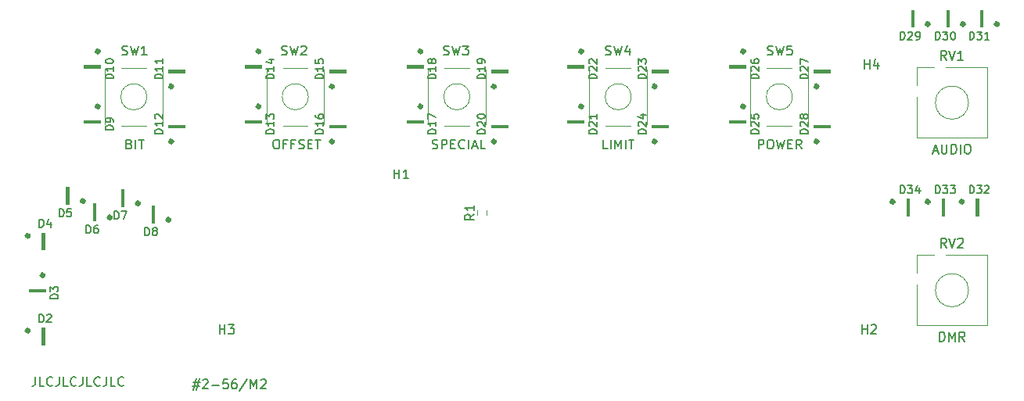
<source format=gbr>
G04 #@! TF.GenerationSoftware,KiCad,Pcbnew,(5.1.12-1-10_14)*
G04 #@! TF.CreationDate,2021-11-28T13:27:24+11:00*
G04 #@! TF.ProjectId,RWR_Control_Panel_V2,5257525f-436f-46e7-9472-6f6c5f50616e,-*
G04 #@! TF.SameCoordinates,Original*
G04 #@! TF.FileFunction,Legend,Top*
G04 #@! TF.FilePolarity,Positive*
%FSLAX46Y46*%
G04 Gerber Fmt 4.6, Leading zero omitted, Abs format (unit mm)*
G04 Created by KiCad (PCBNEW (5.1.12-1-10_14)) date 2021-11-28 13:27:24*
%MOMM*%
%LPD*%
G01*
G04 APERTURE LIST*
%ADD10C,0.150000*%
%ADD11C,0.500000*%
%ADD12C,0.100000*%
%ADD13C,0.120000*%
G04 APERTURE END LIST*
D10*
X145057584Y-122866775D02*
X145771869Y-122866775D01*
X145343298Y-122438203D02*
X145057584Y-123723918D01*
X145676631Y-123295346D02*
X144962346Y-123295346D01*
X145390917Y-123723918D02*
X145676631Y-122438203D01*
X146057584Y-122628680D02*
X146105203Y-122581061D01*
X146200441Y-122533441D01*
X146438536Y-122533441D01*
X146533774Y-122581061D01*
X146581393Y-122628680D01*
X146629012Y-122723918D01*
X146629012Y-122819156D01*
X146581393Y-122962013D01*
X146009965Y-123533441D01*
X146629012Y-123533441D01*
X147057584Y-123152489D02*
X147819488Y-123152489D01*
X148771869Y-122533441D02*
X148295679Y-122533441D01*
X148248060Y-123009632D01*
X148295679Y-122962013D01*
X148390917Y-122914394D01*
X148629012Y-122914394D01*
X148724250Y-122962013D01*
X148771869Y-123009632D01*
X148819488Y-123104870D01*
X148819488Y-123342965D01*
X148771869Y-123438203D01*
X148724250Y-123485822D01*
X148629012Y-123533441D01*
X148390917Y-123533441D01*
X148295679Y-123485822D01*
X148248060Y-123438203D01*
X149676631Y-122533441D02*
X149486155Y-122533441D01*
X149390917Y-122581061D01*
X149343298Y-122628680D01*
X149248060Y-122771537D01*
X149200441Y-122962013D01*
X149200441Y-123342965D01*
X149248060Y-123438203D01*
X149295679Y-123485822D01*
X149390917Y-123533441D01*
X149581393Y-123533441D01*
X149676631Y-123485822D01*
X149724250Y-123438203D01*
X149771869Y-123342965D01*
X149771869Y-123104870D01*
X149724250Y-123009632D01*
X149676631Y-122962013D01*
X149581393Y-122914394D01*
X149390917Y-122914394D01*
X149295679Y-122962013D01*
X149248060Y-123009632D01*
X149200441Y-123104870D01*
X150914727Y-122485822D02*
X150057584Y-123771537D01*
X151248060Y-123533441D02*
X151248060Y-122533441D01*
X151581393Y-123247727D01*
X151914727Y-122533441D01*
X151914727Y-123533441D01*
X152343298Y-122628680D02*
X152390917Y-122581061D01*
X152486155Y-122533441D01*
X152724250Y-122533441D01*
X152819488Y-122581061D01*
X152867108Y-122628680D01*
X152914727Y-122723918D01*
X152914727Y-122819156D01*
X152867108Y-122962013D01*
X152295679Y-123533441D01*
X152914727Y-123533441D01*
X127942232Y-122263115D02*
X127942232Y-122977401D01*
X127894613Y-123120258D01*
X127799375Y-123215496D01*
X127656518Y-123263115D01*
X127561280Y-123263115D01*
X128894613Y-123263115D02*
X128418422Y-123263115D01*
X128418422Y-122263115D01*
X129799375Y-123167877D02*
X129751756Y-123215496D01*
X129608899Y-123263115D01*
X129513660Y-123263115D01*
X129370803Y-123215496D01*
X129275565Y-123120258D01*
X129227946Y-123025020D01*
X129180327Y-122834544D01*
X129180327Y-122691687D01*
X129227946Y-122501211D01*
X129275565Y-122405973D01*
X129370803Y-122310735D01*
X129513660Y-122263115D01*
X129608899Y-122263115D01*
X129751756Y-122310735D01*
X129799375Y-122358354D01*
X130513660Y-122263115D02*
X130513660Y-122977401D01*
X130466041Y-123120258D01*
X130370803Y-123215496D01*
X130227946Y-123263115D01*
X130132708Y-123263115D01*
X131466041Y-123263115D02*
X130989851Y-123263115D01*
X130989851Y-122263115D01*
X132370803Y-123167877D02*
X132323184Y-123215496D01*
X132180327Y-123263115D01*
X132085089Y-123263115D01*
X131942232Y-123215496D01*
X131846994Y-123120258D01*
X131799375Y-123025020D01*
X131751756Y-122834544D01*
X131751756Y-122691687D01*
X131799375Y-122501211D01*
X131846994Y-122405973D01*
X131942232Y-122310735D01*
X132085089Y-122263115D01*
X132180327Y-122263115D01*
X132323184Y-122310735D01*
X132370803Y-122358354D01*
X133085089Y-122263115D02*
X133085089Y-122977401D01*
X133037470Y-123120258D01*
X132942232Y-123215496D01*
X132799375Y-123263115D01*
X132704137Y-123263115D01*
X134037470Y-123263115D02*
X133561280Y-123263115D01*
X133561280Y-122263115D01*
X134942232Y-123167877D02*
X134894613Y-123215496D01*
X134751756Y-123263115D01*
X134656518Y-123263115D01*
X134513660Y-123215496D01*
X134418422Y-123120258D01*
X134370803Y-123025020D01*
X134323184Y-122834544D01*
X134323184Y-122691687D01*
X134370803Y-122501211D01*
X134418422Y-122405973D01*
X134513660Y-122310735D01*
X134656518Y-122263115D01*
X134751756Y-122263115D01*
X134894613Y-122310735D01*
X134942232Y-122358354D01*
X135656518Y-122263115D02*
X135656518Y-122977401D01*
X135608899Y-123120258D01*
X135513660Y-123215496D01*
X135370803Y-123263115D01*
X135275565Y-123263115D01*
X136608899Y-123263115D02*
X136132708Y-123263115D01*
X136132708Y-122263115D01*
X137513660Y-123167877D02*
X137466041Y-123215496D01*
X137323184Y-123263115D01*
X137227946Y-123263115D01*
X137085089Y-123215496D01*
X136989851Y-123120258D01*
X136942232Y-123025020D01*
X136894613Y-122834544D01*
X136894613Y-122691687D01*
X136942232Y-122501211D01*
X136989851Y-122405973D01*
X137085089Y-122310735D01*
X137227946Y-122263115D01*
X137323184Y-122263115D01*
X137466041Y-122310735D01*
X137513660Y-122358354D01*
D11*
X220820608Y-103294084D02*
G75*
G03*
X220820608Y-103294084I-100000J0D01*
G01*
D12*
G36*
X222220608Y-102994084D02*
G01*
X222520608Y-102994084D01*
X222520608Y-104794084D01*
X222220608Y-104794084D01*
X222220608Y-102994084D01*
G37*
X222220608Y-102994084D02*
X222520608Y-102994084D01*
X222520608Y-104794084D01*
X222220608Y-104794084D01*
X222220608Y-102994084D01*
D11*
X224630608Y-103294084D02*
G75*
G03*
X224630608Y-103294084I-100000J0D01*
G01*
D12*
G36*
X226030608Y-102994084D02*
G01*
X226330608Y-102994084D01*
X226330608Y-104794084D01*
X226030608Y-104794084D01*
X226030608Y-102994084D01*
G37*
X226030608Y-102994084D02*
X226330608Y-102994084D01*
X226330608Y-104794084D01*
X226030608Y-104794084D01*
X226030608Y-102994084D01*
D11*
X228303630Y-103294084D02*
G75*
G03*
X228303630Y-103294084I-100000J0D01*
G01*
D12*
G36*
X229703630Y-102994084D02*
G01*
X230003630Y-102994084D01*
X230003630Y-104794084D01*
X229703630Y-104794084D01*
X229703630Y-102994084D01*
G37*
X229703630Y-102994084D02*
X230003630Y-102994084D01*
X230003630Y-104794084D01*
X229703630Y-104794084D01*
X229703630Y-102994084D01*
D11*
X232103630Y-84047084D02*
G75*
G03*
X232103630Y-84047084I-100000J0D01*
G01*
D12*
G36*
X230503630Y-84347084D02*
G01*
X230203630Y-84347084D01*
X230203630Y-82547084D01*
X230503630Y-82547084D01*
X230503630Y-84347084D01*
G37*
X230503630Y-84347084D02*
X230203630Y-84347084D01*
X230203630Y-82547084D01*
X230503630Y-82547084D01*
X230503630Y-84347084D01*
D11*
X228430608Y-84047084D02*
G75*
G03*
X228430608Y-84047084I-100000J0D01*
G01*
D12*
G36*
X226830608Y-84347084D02*
G01*
X226530608Y-84347084D01*
X226530608Y-82547084D01*
X226830608Y-82547084D01*
X226830608Y-84347084D01*
G37*
X226830608Y-84347084D02*
X226530608Y-84347084D01*
X226530608Y-82547084D01*
X226830608Y-82547084D01*
X226830608Y-84347084D01*
D11*
X224620608Y-84047084D02*
G75*
G03*
X224620608Y-84047084I-100000J0D01*
G01*
D12*
G36*
X223020608Y-84347084D02*
G01*
X222720608Y-84347084D01*
X222720608Y-82547084D01*
X223020608Y-82547084D01*
X223020608Y-84347084D01*
G37*
X223020608Y-84347084D02*
X222720608Y-84347084D01*
X222720608Y-82547084D01*
X223020608Y-82547084D01*
X223020608Y-84347084D01*
D11*
X212585630Y-96777084D02*
G75*
G03*
X212585630Y-96777084I-100000J0D01*
G01*
D12*
G36*
X212185630Y-95277084D02*
G01*
X212185630Y-94977084D01*
X213985630Y-94977084D01*
X213985630Y-95277084D01*
X212185630Y-95277084D01*
G37*
X212185630Y-95277084D02*
X212185630Y-94977084D01*
X213985630Y-94977084D01*
X213985630Y-95277084D01*
X212185630Y-95277084D01*
D11*
X212585630Y-90808084D02*
G75*
G03*
X212585630Y-90808084I-100000J0D01*
G01*
D12*
G36*
X212185630Y-89308084D02*
G01*
X212185630Y-89008084D01*
X213985630Y-89008084D01*
X213985630Y-89308084D01*
X212185630Y-89308084D01*
G37*
X212185630Y-89308084D02*
X212185630Y-89008084D01*
X213985630Y-89008084D01*
X213985630Y-89308084D01*
X212185630Y-89308084D01*
D11*
X204641630Y-87008084D02*
G75*
G03*
X204641630Y-87008084I-100000J0D01*
G01*
D12*
G36*
X204841630Y-88508084D02*
G01*
X204841630Y-88808084D01*
X203041630Y-88808084D01*
X203041630Y-88508084D01*
X204841630Y-88508084D01*
G37*
X204841630Y-88508084D02*
X204841630Y-88808084D01*
X203041630Y-88808084D01*
X203041630Y-88508084D01*
X204841630Y-88508084D01*
D11*
X204641630Y-92977084D02*
G75*
G03*
X204641630Y-92977084I-100000J0D01*
G01*
D12*
G36*
X204841630Y-94477084D02*
G01*
X204841630Y-94777084D01*
X203041630Y-94777084D01*
X203041630Y-94477084D01*
X204841630Y-94477084D01*
G37*
X204841630Y-94477084D02*
X204841630Y-94777084D01*
X203041630Y-94777084D01*
X203041630Y-94477084D01*
X204841630Y-94477084D01*
D11*
X195059630Y-96777084D02*
G75*
G03*
X195059630Y-96777084I-100000J0D01*
G01*
D12*
G36*
X194659630Y-95277084D02*
G01*
X194659630Y-94977084D01*
X196459630Y-94977084D01*
X196459630Y-95277084D01*
X194659630Y-95277084D01*
G37*
X194659630Y-95277084D02*
X194659630Y-94977084D01*
X196459630Y-94977084D01*
X196459630Y-95277084D01*
X194659630Y-95277084D01*
D11*
X195059630Y-90808084D02*
G75*
G03*
X195059630Y-90808084I-100000J0D01*
G01*
D12*
G36*
X194659630Y-89308084D02*
G01*
X194659630Y-89008084D01*
X196459630Y-89008084D01*
X196459630Y-89308084D01*
X194659630Y-89308084D01*
G37*
X194659630Y-89308084D02*
X194659630Y-89008084D01*
X196459630Y-89008084D01*
X196459630Y-89308084D01*
X194659630Y-89308084D01*
D11*
X187115630Y-87008084D02*
G75*
G03*
X187115630Y-87008084I-100000J0D01*
G01*
D12*
G36*
X187315630Y-88508084D02*
G01*
X187315630Y-88808084D01*
X185515630Y-88808084D01*
X185515630Y-88508084D01*
X187315630Y-88508084D01*
G37*
X187315630Y-88508084D02*
X187315630Y-88808084D01*
X185515630Y-88808084D01*
X185515630Y-88508084D01*
X187315630Y-88508084D01*
D11*
X187115630Y-92977084D02*
G75*
G03*
X187115630Y-92977084I-100000J0D01*
G01*
D12*
G36*
X187315630Y-94477084D02*
G01*
X187315630Y-94777084D01*
X185515630Y-94777084D01*
X185515630Y-94477084D01*
X187315630Y-94477084D01*
G37*
X187315630Y-94477084D02*
X187315630Y-94777084D01*
X185515630Y-94777084D01*
X185515630Y-94477084D01*
X187315630Y-94477084D01*
D11*
X177660630Y-96777084D02*
G75*
G03*
X177660630Y-96777084I-100000J0D01*
G01*
D12*
G36*
X177260630Y-95277084D02*
G01*
X177260630Y-94977084D01*
X179060630Y-94977084D01*
X179060630Y-95277084D01*
X177260630Y-95277084D01*
G37*
X177260630Y-95277084D02*
X177260630Y-94977084D01*
X179060630Y-94977084D01*
X179060630Y-95277084D01*
X177260630Y-95277084D01*
D11*
X177660630Y-90808084D02*
G75*
G03*
X177660630Y-90808084I-100000J0D01*
G01*
D12*
G36*
X177260630Y-89308084D02*
G01*
X177260630Y-89008084D01*
X179060630Y-89008084D01*
X179060630Y-89308084D01*
X177260630Y-89308084D01*
G37*
X177260630Y-89308084D02*
X177260630Y-89008084D01*
X179060630Y-89008084D01*
X179060630Y-89308084D01*
X177260630Y-89308084D01*
D11*
X169716630Y-87008084D02*
G75*
G03*
X169716630Y-87008084I-100000J0D01*
G01*
D12*
G36*
X169916630Y-88508084D02*
G01*
X169916630Y-88808084D01*
X168116630Y-88808084D01*
X168116630Y-88508084D01*
X169916630Y-88508084D01*
G37*
X169916630Y-88508084D02*
X169916630Y-88808084D01*
X168116630Y-88808084D01*
X168116630Y-88508084D01*
X169916630Y-88508084D01*
D11*
X169716630Y-92977084D02*
G75*
G03*
X169716630Y-92977084I-100000J0D01*
G01*
D12*
G36*
X169916630Y-94477084D02*
G01*
X169916630Y-94777084D01*
X168116630Y-94777084D01*
X168116630Y-94477084D01*
X169916630Y-94477084D01*
G37*
X169916630Y-94477084D02*
X169916630Y-94777084D01*
X168116630Y-94777084D01*
X168116630Y-94477084D01*
X169916630Y-94477084D01*
D11*
X160134630Y-96777084D02*
G75*
G03*
X160134630Y-96777084I-100000J0D01*
G01*
D12*
G36*
X159734630Y-95277084D02*
G01*
X159734630Y-94977084D01*
X161534630Y-94977084D01*
X161534630Y-95277084D01*
X159734630Y-95277084D01*
G37*
X159734630Y-95277084D02*
X159734630Y-94977084D01*
X161534630Y-94977084D01*
X161534630Y-95277084D01*
X159734630Y-95277084D01*
D11*
X160134630Y-90808084D02*
G75*
G03*
X160134630Y-90808084I-100000J0D01*
G01*
D12*
G36*
X159734630Y-89308084D02*
G01*
X159734630Y-89008084D01*
X161534630Y-89008084D01*
X161534630Y-89308084D01*
X159734630Y-89308084D01*
G37*
X159734630Y-89308084D02*
X159734630Y-89008084D01*
X161534630Y-89008084D01*
X161534630Y-89308084D01*
X159734630Y-89308084D01*
D11*
X152190630Y-87008084D02*
G75*
G03*
X152190630Y-87008084I-100000J0D01*
G01*
D12*
G36*
X152390630Y-88508084D02*
G01*
X152390630Y-88808084D01*
X150590630Y-88808084D01*
X150590630Y-88508084D01*
X152390630Y-88508084D01*
G37*
X152390630Y-88508084D02*
X152390630Y-88808084D01*
X150590630Y-88808084D01*
X150590630Y-88508084D01*
X152390630Y-88508084D01*
D11*
X152190630Y-92977084D02*
G75*
G03*
X152190630Y-92977084I-100000J0D01*
G01*
D12*
G36*
X152390630Y-94477084D02*
G01*
X152390630Y-94777084D01*
X150590630Y-94777084D01*
X150590630Y-94477084D01*
X152390630Y-94477084D01*
G37*
X152390630Y-94477084D02*
X152390630Y-94777084D01*
X150590630Y-94777084D01*
X150590630Y-94477084D01*
X152390630Y-94477084D01*
D11*
X142735630Y-96777084D02*
G75*
G03*
X142735630Y-96777084I-100000J0D01*
G01*
D12*
G36*
X142335630Y-95277084D02*
G01*
X142335630Y-94977084D01*
X144135630Y-94977084D01*
X144135630Y-95277084D01*
X142335630Y-95277084D01*
G37*
X142335630Y-95277084D02*
X142335630Y-94977084D01*
X144135630Y-94977084D01*
X144135630Y-95277084D01*
X142335630Y-95277084D01*
D11*
X142735630Y-90808084D02*
G75*
G03*
X142735630Y-90808084I-100000J0D01*
G01*
D12*
G36*
X142335630Y-89308084D02*
G01*
X142335630Y-89008084D01*
X144135630Y-89008084D01*
X144135630Y-89308084D01*
X142335630Y-89308084D01*
G37*
X142335630Y-89308084D02*
X142335630Y-89008084D01*
X144135630Y-89008084D01*
X144135630Y-89308084D01*
X142335630Y-89308084D01*
D11*
X134791630Y-87008084D02*
G75*
G03*
X134791630Y-87008084I-100000J0D01*
G01*
D12*
G36*
X134991630Y-88508084D02*
G01*
X134991630Y-88808084D01*
X133191630Y-88808084D01*
X133191630Y-88508084D01*
X134991630Y-88508084D01*
G37*
X134991630Y-88508084D02*
X134991630Y-88808084D01*
X133191630Y-88808084D01*
X133191630Y-88508084D01*
X134991630Y-88508084D01*
D11*
X134791630Y-92977084D02*
G75*
G03*
X134791630Y-92977084I-100000J0D01*
G01*
D12*
G36*
X134991630Y-94477084D02*
G01*
X134991630Y-94777084D01*
X133191630Y-94777084D01*
X133191630Y-94477084D01*
X134991630Y-94477084D01*
G37*
X134991630Y-94477084D02*
X134991630Y-94777084D01*
X133191630Y-94777084D01*
X133191630Y-94477084D01*
X134991630Y-94477084D01*
D11*
X142441630Y-105256084D02*
G75*
G03*
X142441630Y-105256084I-100000J0D01*
G01*
D12*
G36*
X140841630Y-105556084D02*
G01*
X140541630Y-105556084D01*
X140541630Y-103756084D01*
X140841630Y-103756084D01*
X140841630Y-105556084D01*
G37*
X140841630Y-105556084D02*
X140541630Y-105556084D01*
X140541630Y-103756084D01*
X140841630Y-103756084D01*
X140841630Y-105556084D01*
D11*
X139139630Y-103478084D02*
G75*
G03*
X139139630Y-103478084I-100000J0D01*
G01*
D12*
G36*
X137539630Y-103778084D02*
G01*
X137239630Y-103778084D01*
X137239630Y-101978084D01*
X137539630Y-101978084D01*
X137539630Y-103778084D01*
G37*
X137539630Y-103778084D02*
X137239630Y-103778084D01*
X137239630Y-101978084D01*
X137539630Y-101978084D01*
X137539630Y-103778084D01*
D11*
X136091630Y-105002084D02*
G75*
G03*
X136091630Y-105002084I-100000J0D01*
G01*
D12*
G36*
X134491630Y-105302084D02*
G01*
X134191630Y-105302084D01*
X134191630Y-103502084D01*
X134491630Y-103502084D01*
X134491630Y-105302084D01*
G37*
X134491630Y-105302084D02*
X134191630Y-105302084D01*
X134191630Y-103502084D01*
X134491630Y-103502084D01*
X134491630Y-105302084D01*
D11*
X133170630Y-103224084D02*
G75*
G03*
X133170630Y-103224084I-100000J0D01*
G01*
D12*
G36*
X131570630Y-103524084D02*
G01*
X131270630Y-103524084D01*
X131270630Y-101724084D01*
X131570630Y-101724084D01*
X131570630Y-103524084D01*
G37*
X131570630Y-103524084D02*
X131270630Y-103524084D01*
X131270630Y-101724084D01*
X131570630Y-101724084D01*
X131570630Y-103524084D01*
D11*
X127211630Y-106977084D02*
G75*
G03*
X127211630Y-106977084I-100000J0D01*
G01*
D12*
G36*
X128611630Y-106677084D02*
G01*
X128911630Y-106677084D01*
X128911630Y-108477084D01*
X128611630Y-108477084D01*
X128611630Y-106677084D01*
G37*
X128611630Y-106677084D02*
X128911630Y-106677084D01*
X128911630Y-108477084D01*
X128611630Y-108477084D01*
X128611630Y-106677084D01*
D11*
X128822630Y-111265084D02*
G75*
G03*
X128822630Y-111265084I-100000J0D01*
G01*
D12*
G36*
X129022630Y-112765084D02*
G01*
X129022630Y-113065084D01*
X127222630Y-113065084D01*
X127222630Y-112765084D01*
X129022630Y-112765084D01*
G37*
X129022630Y-112765084D02*
X129022630Y-113065084D01*
X127222630Y-113065084D01*
X127222630Y-112765084D01*
X129022630Y-112765084D01*
D11*
X127211630Y-117264084D02*
G75*
G03*
X127211630Y-117264084I-100000J0D01*
G01*
D12*
G36*
X128611630Y-116964084D02*
G01*
X128911630Y-116964084D01*
X128911630Y-118764084D01*
X128611630Y-118764084D01*
X128611630Y-116964084D01*
G37*
X128611630Y-116964084D02*
X128911630Y-116964084D01*
X128911630Y-118764084D01*
X128611630Y-118764084D01*
X128611630Y-116964084D01*
D13*
X209885494Y-91925535D02*
G75*
G03*
X209885494Y-91925535I-1414214J0D01*
G01*
X211591280Y-94895535D02*
X211591280Y-88955535D01*
X205351280Y-94895535D02*
X205351280Y-88955535D01*
X209811280Y-95045535D02*
X207131280Y-95045535D01*
X207131280Y-88805535D02*
X209811280Y-88805535D01*
X192448395Y-91925535D02*
G75*
G03*
X192448395Y-91925535I-1414214J0D01*
G01*
X194154181Y-94895535D02*
X194154181Y-88955535D01*
X187914181Y-94895535D02*
X187914181Y-88955535D01*
X192374181Y-95045535D02*
X189694181Y-95045535D01*
X189694181Y-88805535D02*
X192374181Y-88805535D01*
X174981696Y-91923135D02*
G75*
G03*
X174981696Y-91923135I-1414214J0D01*
G01*
X170447482Y-88953135D02*
X170447482Y-94893135D01*
X176687482Y-88953135D02*
X176687482Y-94893135D01*
X172227482Y-88803135D02*
X174907482Y-88803135D01*
X174907482Y-95043135D02*
X172227482Y-95043135D01*
X157493795Y-91923135D02*
G75*
G03*
X157493795Y-91923135I-1414214J0D01*
G01*
X152959581Y-88953135D02*
X152959581Y-94893135D01*
X159199581Y-88953135D02*
X159199581Y-94893135D01*
X154739581Y-88803135D02*
X157419581Y-88803135D01*
X157419581Y-95043135D02*
X154739581Y-95043135D01*
X140018595Y-91935835D02*
G75*
G03*
X140018595Y-91935835I-1414214J0D01*
G01*
X135484381Y-88965835D02*
X135484381Y-94905835D01*
X141724381Y-88965835D02*
X141724381Y-94905835D01*
X137264381Y-88815835D02*
X139944381Y-88815835D01*
X139944381Y-95055835D02*
X137264381Y-95055835D01*
X230960881Y-109069335D02*
X230960881Y-116689335D01*
X230960881Y-116689335D02*
X223340881Y-116689335D01*
X228946932Y-112879335D02*
G75*
G03*
X228946932Y-112879335I-1796051J0D01*
G01*
X223340881Y-109069335D02*
X225245881Y-109069335D01*
X225245881Y-109069335D02*
X223340881Y-109069335D01*
X223340881Y-109069335D02*
X223340881Y-110974335D01*
X223340881Y-112244335D02*
X223340881Y-116689335D01*
X226515881Y-109069335D02*
X230960881Y-109069335D01*
X230960881Y-88749335D02*
X230960881Y-96369335D01*
X230960881Y-96369335D02*
X223340881Y-96369335D01*
X228946932Y-92559335D02*
G75*
G03*
X228946932Y-92559335I-1796051J0D01*
G01*
X223340881Y-88749335D02*
X225245881Y-88749335D01*
X225245881Y-88749335D02*
X223340881Y-88749335D01*
X223340881Y-88749335D02*
X223340881Y-90654335D01*
X223340881Y-91924335D02*
X223340881Y-96369335D01*
X226515881Y-88749335D02*
X230960881Y-88749335D01*
X176788108Y-104238303D02*
X176788108Y-104712819D01*
X175743108Y-104238303D02*
X175743108Y-104712819D01*
D10*
X221588465Y-102373607D02*
X221588465Y-101523607D01*
X221790846Y-101523607D01*
X221912274Y-101564084D01*
X221993227Y-101645036D01*
X222033703Y-101725988D01*
X222074179Y-101887893D01*
X222074179Y-102009322D01*
X222033703Y-102171226D01*
X221993227Y-102252179D01*
X221912274Y-102333131D01*
X221790846Y-102373607D01*
X221588465Y-102373607D01*
X222357512Y-101523607D02*
X222883703Y-101523607D01*
X222600369Y-101847417D01*
X222721798Y-101847417D01*
X222802750Y-101887893D01*
X222843227Y-101928369D01*
X222883703Y-102009322D01*
X222883703Y-102211703D01*
X222843227Y-102292655D01*
X222802750Y-102333131D01*
X222721798Y-102373607D01*
X222478941Y-102373607D01*
X222397988Y-102333131D01*
X222357512Y-102292655D01*
X223612274Y-101806941D02*
X223612274Y-102373607D01*
X223409893Y-101483131D02*
X223207512Y-102090274D01*
X223733703Y-102090274D01*
X225398465Y-102373607D02*
X225398465Y-101523607D01*
X225600846Y-101523607D01*
X225722274Y-101564084D01*
X225803227Y-101645036D01*
X225843703Y-101725988D01*
X225884179Y-101887893D01*
X225884179Y-102009322D01*
X225843703Y-102171226D01*
X225803227Y-102252179D01*
X225722274Y-102333131D01*
X225600846Y-102373607D01*
X225398465Y-102373607D01*
X226167512Y-101523607D02*
X226693703Y-101523607D01*
X226410369Y-101847417D01*
X226531798Y-101847417D01*
X226612750Y-101887893D01*
X226653227Y-101928369D01*
X226693703Y-102009322D01*
X226693703Y-102211703D01*
X226653227Y-102292655D01*
X226612750Y-102333131D01*
X226531798Y-102373607D01*
X226288941Y-102373607D01*
X226207988Y-102333131D01*
X226167512Y-102292655D01*
X226977036Y-101523607D02*
X227503227Y-101523607D01*
X227219893Y-101847417D01*
X227341322Y-101847417D01*
X227422274Y-101887893D01*
X227462750Y-101928369D01*
X227503227Y-102009322D01*
X227503227Y-102211703D01*
X227462750Y-102292655D01*
X227422274Y-102333131D01*
X227341322Y-102373607D01*
X227098465Y-102373607D01*
X227017512Y-102333131D01*
X226977036Y-102292655D01*
X229071487Y-102373607D02*
X229071487Y-101523607D01*
X229273868Y-101523607D01*
X229395296Y-101564084D01*
X229476249Y-101645036D01*
X229516725Y-101725988D01*
X229557201Y-101887893D01*
X229557201Y-102009322D01*
X229516725Y-102171226D01*
X229476249Y-102252179D01*
X229395296Y-102333131D01*
X229273868Y-102373607D01*
X229071487Y-102373607D01*
X229840534Y-101523607D02*
X230366725Y-101523607D01*
X230083391Y-101847417D01*
X230204820Y-101847417D01*
X230285772Y-101887893D01*
X230326249Y-101928369D01*
X230366725Y-102009322D01*
X230366725Y-102211703D01*
X230326249Y-102292655D01*
X230285772Y-102333131D01*
X230204820Y-102373607D01*
X229961963Y-102373607D01*
X229881010Y-102333131D01*
X229840534Y-102292655D01*
X230690534Y-101604560D02*
X230731010Y-101564084D01*
X230811963Y-101523607D01*
X231014344Y-101523607D01*
X231095296Y-101564084D01*
X231135772Y-101604560D01*
X231176249Y-101685512D01*
X231176249Y-101766464D01*
X231135772Y-101887893D01*
X230650058Y-102373607D01*
X231176249Y-102373607D01*
X229071487Y-85736607D02*
X229071487Y-84886607D01*
X229273868Y-84886607D01*
X229395296Y-84927084D01*
X229476249Y-85008036D01*
X229516725Y-85088988D01*
X229557201Y-85250893D01*
X229557201Y-85372322D01*
X229516725Y-85534226D01*
X229476249Y-85615179D01*
X229395296Y-85696131D01*
X229273868Y-85736607D01*
X229071487Y-85736607D01*
X229840534Y-84886607D02*
X230366725Y-84886607D01*
X230083391Y-85210417D01*
X230204820Y-85210417D01*
X230285772Y-85250893D01*
X230326249Y-85291369D01*
X230366725Y-85372322D01*
X230366725Y-85574703D01*
X230326249Y-85655655D01*
X230285772Y-85696131D01*
X230204820Y-85736607D01*
X229961963Y-85736607D01*
X229881010Y-85696131D01*
X229840534Y-85655655D01*
X231176249Y-85736607D02*
X230690534Y-85736607D01*
X230933391Y-85736607D02*
X230933391Y-84886607D01*
X230852439Y-85008036D01*
X230771487Y-85088988D01*
X230690534Y-85129464D01*
X225398465Y-85736607D02*
X225398465Y-84886607D01*
X225600846Y-84886607D01*
X225722274Y-84927084D01*
X225803227Y-85008036D01*
X225843703Y-85088988D01*
X225884179Y-85250893D01*
X225884179Y-85372322D01*
X225843703Y-85534226D01*
X225803227Y-85615179D01*
X225722274Y-85696131D01*
X225600846Y-85736607D01*
X225398465Y-85736607D01*
X226167512Y-84886607D02*
X226693703Y-84886607D01*
X226410369Y-85210417D01*
X226531798Y-85210417D01*
X226612750Y-85250893D01*
X226653227Y-85291369D01*
X226693703Y-85372322D01*
X226693703Y-85574703D01*
X226653227Y-85655655D01*
X226612750Y-85696131D01*
X226531798Y-85736607D01*
X226288941Y-85736607D01*
X226207988Y-85696131D01*
X226167512Y-85655655D01*
X227219893Y-84886607D02*
X227300846Y-84886607D01*
X227381798Y-84927084D01*
X227422274Y-84967560D01*
X227462750Y-85048512D01*
X227503227Y-85210417D01*
X227503227Y-85412798D01*
X227462750Y-85574703D01*
X227422274Y-85655655D01*
X227381798Y-85696131D01*
X227300846Y-85736607D01*
X227219893Y-85736607D01*
X227138941Y-85696131D01*
X227098465Y-85655655D01*
X227057988Y-85574703D01*
X227017512Y-85412798D01*
X227017512Y-85210417D01*
X227057988Y-85048512D01*
X227098465Y-84967560D01*
X227138941Y-84927084D01*
X227219893Y-84886607D01*
X221588465Y-85736607D02*
X221588465Y-84886607D01*
X221790846Y-84886607D01*
X221912274Y-84927084D01*
X221993227Y-85008036D01*
X222033703Y-85088988D01*
X222074179Y-85250893D01*
X222074179Y-85372322D01*
X222033703Y-85534226D01*
X221993227Y-85615179D01*
X221912274Y-85696131D01*
X221790846Y-85736607D01*
X221588465Y-85736607D01*
X222397988Y-84967560D02*
X222438465Y-84927084D01*
X222519417Y-84886607D01*
X222721798Y-84886607D01*
X222802750Y-84927084D01*
X222843227Y-84967560D01*
X222883703Y-85048512D01*
X222883703Y-85129464D01*
X222843227Y-85250893D01*
X222357512Y-85736607D01*
X222883703Y-85736607D01*
X223288465Y-85736607D02*
X223450369Y-85736607D01*
X223531322Y-85696131D01*
X223571798Y-85655655D01*
X223652750Y-85534226D01*
X223693227Y-85372322D01*
X223693227Y-85048512D01*
X223652750Y-84967560D01*
X223612274Y-84927084D01*
X223531322Y-84886607D01*
X223369417Y-84886607D01*
X223288465Y-84927084D01*
X223247988Y-84967560D01*
X223207512Y-85048512D01*
X223207512Y-85250893D01*
X223247988Y-85331845D01*
X223288465Y-85372322D01*
X223369417Y-85412798D01*
X223531322Y-85412798D01*
X223612274Y-85372322D01*
X223652750Y-85331845D01*
X223693227Y-85250893D01*
X211565153Y-95909226D02*
X210715153Y-95909226D01*
X210715153Y-95706845D01*
X210755630Y-95585417D01*
X210836582Y-95504464D01*
X210917534Y-95463988D01*
X211079439Y-95423512D01*
X211200868Y-95423512D01*
X211362772Y-95463988D01*
X211443725Y-95504464D01*
X211524677Y-95585417D01*
X211565153Y-95706845D01*
X211565153Y-95909226D01*
X210796106Y-95099703D02*
X210755630Y-95059226D01*
X210715153Y-94978274D01*
X210715153Y-94775893D01*
X210755630Y-94694941D01*
X210796106Y-94654464D01*
X210877058Y-94613988D01*
X210958010Y-94613988D01*
X211079439Y-94654464D01*
X211565153Y-95140179D01*
X211565153Y-94613988D01*
X211079439Y-94128274D02*
X211038963Y-94209226D01*
X210998487Y-94249703D01*
X210917534Y-94290179D01*
X210877058Y-94290179D01*
X210796106Y-94249703D01*
X210755630Y-94209226D01*
X210715153Y-94128274D01*
X210715153Y-93966369D01*
X210755630Y-93885417D01*
X210796106Y-93844941D01*
X210877058Y-93804464D01*
X210917534Y-93804464D01*
X210998487Y-93844941D01*
X211038963Y-93885417D01*
X211079439Y-93966369D01*
X211079439Y-94128274D01*
X211119915Y-94209226D01*
X211160391Y-94249703D01*
X211241344Y-94290179D01*
X211403249Y-94290179D01*
X211484201Y-94249703D01*
X211524677Y-94209226D01*
X211565153Y-94128274D01*
X211565153Y-93966369D01*
X211524677Y-93885417D01*
X211484201Y-93844941D01*
X211403249Y-93804464D01*
X211241344Y-93804464D01*
X211160391Y-93844941D01*
X211119915Y-93885417D01*
X211079439Y-93966369D01*
X211565153Y-89940226D02*
X210715153Y-89940226D01*
X210715153Y-89737845D01*
X210755630Y-89616417D01*
X210836582Y-89535464D01*
X210917534Y-89494988D01*
X211079439Y-89454512D01*
X211200868Y-89454512D01*
X211362772Y-89494988D01*
X211443725Y-89535464D01*
X211524677Y-89616417D01*
X211565153Y-89737845D01*
X211565153Y-89940226D01*
X210796106Y-89130703D02*
X210755630Y-89090226D01*
X210715153Y-89009274D01*
X210715153Y-88806893D01*
X210755630Y-88725941D01*
X210796106Y-88685464D01*
X210877058Y-88644988D01*
X210958010Y-88644988D01*
X211079439Y-88685464D01*
X211565153Y-89171179D01*
X211565153Y-88644988D01*
X210715153Y-88361655D02*
X210715153Y-87794988D01*
X211565153Y-88159274D01*
X206231153Y-89940226D02*
X205381153Y-89940226D01*
X205381153Y-89737845D01*
X205421630Y-89616417D01*
X205502582Y-89535464D01*
X205583534Y-89494988D01*
X205745439Y-89454512D01*
X205866868Y-89454512D01*
X206028772Y-89494988D01*
X206109725Y-89535464D01*
X206190677Y-89616417D01*
X206231153Y-89737845D01*
X206231153Y-89940226D01*
X205462106Y-89130703D02*
X205421630Y-89090226D01*
X205381153Y-89009274D01*
X205381153Y-88806893D01*
X205421630Y-88725941D01*
X205462106Y-88685464D01*
X205543058Y-88644988D01*
X205624010Y-88644988D01*
X205745439Y-88685464D01*
X206231153Y-89171179D01*
X206231153Y-88644988D01*
X205381153Y-87916417D02*
X205381153Y-88078322D01*
X205421630Y-88159274D01*
X205462106Y-88199750D01*
X205583534Y-88280703D01*
X205745439Y-88321179D01*
X206069249Y-88321179D01*
X206150201Y-88280703D01*
X206190677Y-88240226D01*
X206231153Y-88159274D01*
X206231153Y-87997369D01*
X206190677Y-87916417D01*
X206150201Y-87875941D01*
X206069249Y-87835464D01*
X205866868Y-87835464D01*
X205785915Y-87875941D01*
X205745439Y-87916417D01*
X205704963Y-87997369D01*
X205704963Y-88159274D01*
X205745439Y-88240226D01*
X205785915Y-88280703D01*
X205866868Y-88321179D01*
X206231153Y-95909226D02*
X205381153Y-95909226D01*
X205381153Y-95706845D01*
X205421630Y-95585417D01*
X205502582Y-95504464D01*
X205583534Y-95463988D01*
X205745439Y-95423512D01*
X205866868Y-95423512D01*
X206028772Y-95463988D01*
X206109725Y-95504464D01*
X206190677Y-95585417D01*
X206231153Y-95706845D01*
X206231153Y-95909226D01*
X205462106Y-95099703D02*
X205421630Y-95059226D01*
X205381153Y-94978274D01*
X205381153Y-94775893D01*
X205421630Y-94694941D01*
X205462106Y-94654464D01*
X205543058Y-94613988D01*
X205624010Y-94613988D01*
X205745439Y-94654464D01*
X206231153Y-95140179D01*
X206231153Y-94613988D01*
X205381153Y-93844941D02*
X205381153Y-94249703D01*
X205785915Y-94290179D01*
X205745439Y-94249703D01*
X205704963Y-94168750D01*
X205704963Y-93966369D01*
X205745439Y-93885417D01*
X205785915Y-93844941D01*
X205866868Y-93804464D01*
X206069249Y-93804464D01*
X206150201Y-93844941D01*
X206190677Y-93885417D01*
X206231153Y-93966369D01*
X206231153Y-94168750D01*
X206190677Y-94249703D01*
X206150201Y-94290179D01*
X194039153Y-95909226D02*
X193189153Y-95909226D01*
X193189153Y-95706845D01*
X193229630Y-95585417D01*
X193310582Y-95504464D01*
X193391534Y-95463988D01*
X193553439Y-95423512D01*
X193674868Y-95423512D01*
X193836772Y-95463988D01*
X193917725Y-95504464D01*
X193998677Y-95585417D01*
X194039153Y-95706845D01*
X194039153Y-95909226D01*
X193270106Y-95099703D02*
X193229630Y-95059226D01*
X193189153Y-94978274D01*
X193189153Y-94775893D01*
X193229630Y-94694941D01*
X193270106Y-94654464D01*
X193351058Y-94613988D01*
X193432010Y-94613988D01*
X193553439Y-94654464D01*
X194039153Y-95140179D01*
X194039153Y-94613988D01*
X193472487Y-93885417D02*
X194039153Y-93885417D01*
X193148677Y-94087798D02*
X193755820Y-94290179D01*
X193755820Y-93763988D01*
X194039153Y-89940226D02*
X193189153Y-89940226D01*
X193189153Y-89737845D01*
X193229630Y-89616417D01*
X193310582Y-89535464D01*
X193391534Y-89494988D01*
X193553439Y-89454512D01*
X193674868Y-89454512D01*
X193836772Y-89494988D01*
X193917725Y-89535464D01*
X193998677Y-89616417D01*
X194039153Y-89737845D01*
X194039153Y-89940226D01*
X193270106Y-89130703D02*
X193229630Y-89090226D01*
X193189153Y-89009274D01*
X193189153Y-88806893D01*
X193229630Y-88725941D01*
X193270106Y-88685464D01*
X193351058Y-88644988D01*
X193432010Y-88644988D01*
X193553439Y-88685464D01*
X194039153Y-89171179D01*
X194039153Y-88644988D01*
X193189153Y-88361655D02*
X193189153Y-87835464D01*
X193512963Y-88118798D01*
X193512963Y-87997369D01*
X193553439Y-87916417D01*
X193593915Y-87875941D01*
X193674868Y-87835464D01*
X193877249Y-87835464D01*
X193958201Y-87875941D01*
X193998677Y-87916417D01*
X194039153Y-87997369D01*
X194039153Y-88240226D01*
X193998677Y-88321179D01*
X193958201Y-88361655D01*
X188705153Y-89940226D02*
X187855153Y-89940226D01*
X187855153Y-89737845D01*
X187895630Y-89616417D01*
X187976582Y-89535464D01*
X188057534Y-89494988D01*
X188219439Y-89454512D01*
X188340868Y-89454512D01*
X188502772Y-89494988D01*
X188583725Y-89535464D01*
X188664677Y-89616417D01*
X188705153Y-89737845D01*
X188705153Y-89940226D01*
X187936106Y-89130703D02*
X187895630Y-89090226D01*
X187855153Y-89009274D01*
X187855153Y-88806893D01*
X187895630Y-88725941D01*
X187936106Y-88685464D01*
X188017058Y-88644988D01*
X188098010Y-88644988D01*
X188219439Y-88685464D01*
X188705153Y-89171179D01*
X188705153Y-88644988D01*
X187936106Y-88321179D02*
X187895630Y-88280703D01*
X187855153Y-88199750D01*
X187855153Y-87997369D01*
X187895630Y-87916417D01*
X187936106Y-87875941D01*
X188017058Y-87835464D01*
X188098010Y-87835464D01*
X188219439Y-87875941D01*
X188705153Y-88361655D01*
X188705153Y-87835464D01*
X188705153Y-95909226D02*
X187855153Y-95909226D01*
X187855153Y-95706845D01*
X187895630Y-95585417D01*
X187976582Y-95504464D01*
X188057534Y-95463988D01*
X188219439Y-95423512D01*
X188340868Y-95423512D01*
X188502772Y-95463988D01*
X188583725Y-95504464D01*
X188664677Y-95585417D01*
X188705153Y-95706845D01*
X188705153Y-95909226D01*
X187936106Y-95099703D02*
X187895630Y-95059226D01*
X187855153Y-94978274D01*
X187855153Y-94775893D01*
X187895630Y-94694941D01*
X187936106Y-94654464D01*
X188017058Y-94613988D01*
X188098010Y-94613988D01*
X188219439Y-94654464D01*
X188705153Y-95140179D01*
X188705153Y-94613988D01*
X188705153Y-93804464D02*
X188705153Y-94290179D01*
X188705153Y-94047322D02*
X187855153Y-94047322D01*
X187976582Y-94128274D01*
X188057534Y-94209226D01*
X188098010Y-94290179D01*
X176640153Y-95909226D02*
X175790153Y-95909226D01*
X175790153Y-95706845D01*
X175830630Y-95585417D01*
X175911582Y-95504464D01*
X175992534Y-95463988D01*
X176154439Y-95423512D01*
X176275868Y-95423512D01*
X176437772Y-95463988D01*
X176518725Y-95504464D01*
X176599677Y-95585417D01*
X176640153Y-95706845D01*
X176640153Y-95909226D01*
X175871106Y-95099703D02*
X175830630Y-95059226D01*
X175790153Y-94978274D01*
X175790153Y-94775893D01*
X175830630Y-94694941D01*
X175871106Y-94654464D01*
X175952058Y-94613988D01*
X176033010Y-94613988D01*
X176154439Y-94654464D01*
X176640153Y-95140179D01*
X176640153Y-94613988D01*
X175790153Y-94087798D02*
X175790153Y-94006845D01*
X175830630Y-93925893D01*
X175871106Y-93885417D01*
X175952058Y-93844941D01*
X176113963Y-93804464D01*
X176316344Y-93804464D01*
X176478249Y-93844941D01*
X176559201Y-93885417D01*
X176599677Y-93925893D01*
X176640153Y-94006845D01*
X176640153Y-94087798D01*
X176599677Y-94168750D01*
X176559201Y-94209226D01*
X176478249Y-94249703D01*
X176316344Y-94290179D01*
X176113963Y-94290179D01*
X175952058Y-94249703D01*
X175871106Y-94209226D01*
X175830630Y-94168750D01*
X175790153Y-94087798D01*
X176640153Y-89940226D02*
X175790153Y-89940226D01*
X175790153Y-89737845D01*
X175830630Y-89616417D01*
X175911582Y-89535464D01*
X175992534Y-89494988D01*
X176154439Y-89454512D01*
X176275868Y-89454512D01*
X176437772Y-89494988D01*
X176518725Y-89535464D01*
X176599677Y-89616417D01*
X176640153Y-89737845D01*
X176640153Y-89940226D01*
X176640153Y-88644988D02*
X176640153Y-89130703D01*
X176640153Y-88887845D02*
X175790153Y-88887845D01*
X175911582Y-88968798D01*
X175992534Y-89049750D01*
X176033010Y-89130703D01*
X176640153Y-88240226D02*
X176640153Y-88078322D01*
X176599677Y-87997369D01*
X176559201Y-87956893D01*
X176437772Y-87875941D01*
X176275868Y-87835464D01*
X175952058Y-87835464D01*
X175871106Y-87875941D01*
X175830630Y-87916417D01*
X175790153Y-87997369D01*
X175790153Y-88159274D01*
X175830630Y-88240226D01*
X175871106Y-88280703D01*
X175952058Y-88321179D01*
X176154439Y-88321179D01*
X176235391Y-88280703D01*
X176275868Y-88240226D01*
X176316344Y-88159274D01*
X176316344Y-87997369D01*
X176275868Y-87916417D01*
X176235391Y-87875941D01*
X176154439Y-87835464D01*
X171306153Y-89940226D02*
X170456153Y-89940226D01*
X170456153Y-89737845D01*
X170496630Y-89616417D01*
X170577582Y-89535464D01*
X170658534Y-89494988D01*
X170820439Y-89454512D01*
X170941868Y-89454512D01*
X171103772Y-89494988D01*
X171184725Y-89535464D01*
X171265677Y-89616417D01*
X171306153Y-89737845D01*
X171306153Y-89940226D01*
X171306153Y-88644988D02*
X171306153Y-89130703D01*
X171306153Y-88887845D02*
X170456153Y-88887845D01*
X170577582Y-88968798D01*
X170658534Y-89049750D01*
X170699010Y-89130703D01*
X170820439Y-88159274D02*
X170779963Y-88240226D01*
X170739487Y-88280703D01*
X170658534Y-88321179D01*
X170618058Y-88321179D01*
X170537106Y-88280703D01*
X170496630Y-88240226D01*
X170456153Y-88159274D01*
X170456153Y-87997369D01*
X170496630Y-87916417D01*
X170537106Y-87875941D01*
X170618058Y-87835464D01*
X170658534Y-87835464D01*
X170739487Y-87875941D01*
X170779963Y-87916417D01*
X170820439Y-87997369D01*
X170820439Y-88159274D01*
X170860915Y-88240226D01*
X170901391Y-88280703D01*
X170982344Y-88321179D01*
X171144249Y-88321179D01*
X171225201Y-88280703D01*
X171265677Y-88240226D01*
X171306153Y-88159274D01*
X171306153Y-87997369D01*
X171265677Y-87916417D01*
X171225201Y-87875941D01*
X171144249Y-87835464D01*
X170982344Y-87835464D01*
X170901391Y-87875941D01*
X170860915Y-87916417D01*
X170820439Y-87997369D01*
X171306153Y-95909226D02*
X170456153Y-95909226D01*
X170456153Y-95706845D01*
X170496630Y-95585417D01*
X170577582Y-95504464D01*
X170658534Y-95463988D01*
X170820439Y-95423512D01*
X170941868Y-95423512D01*
X171103772Y-95463988D01*
X171184725Y-95504464D01*
X171265677Y-95585417D01*
X171306153Y-95706845D01*
X171306153Y-95909226D01*
X171306153Y-94613988D02*
X171306153Y-95099703D01*
X171306153Y-94856845D02*
X170456153Y-94856845D01*
X170577582Y-94937798D01*
X170658534Y-95018750D01*
X170699010Y-95099703D01*
X170456153Y-94330655D02*
X170456153Y-93763988D01*
X171306153Y-94128274D01*
X159114153Y-95909226D02*
X158264153Y-95909226D01*
X158264153Y-95706845D01*
X158304630Y-95585417D01*
X158385582Y-95504464D01*
X158466534Y-95463988D01*
X158628439Y-95423512D01*
X158749868Y-95423512D01*
X158911772Y-95463988D01*
X158992725Y-95504464D01*
X159073677Y-95585417D01*
X159114153Y-95706845D01*
X159114153Y-95909226D01*
X159114153Y-94613988D02*
X159114153Y-95099703D01*
X159114153Y-94856845D02*
X158264153Y-94856845D01*
X158385582Y-94937798D01*
X158466534Y-95018750D01*
X158507010Y-95099703D01*
X158264153Y-93885417D02*
X158264153Y-94047322D01*
X158304630Y-94128274D01*
X158345106Y-94168750D01*
X158466534Y-94249703D01*
X158628439Y-94290179D01*
X158952249Y-94290179D01*
X159033201Y-94249703D01*
X159073677Y-94209226D01*
X159114153Y-94128274D01*
X159114153Y-93966369D01*
X159073677Y-93885417D01*
X159033201Y-93844941D01*
X158952249Y-93804464D01*
X158749868Y-93804464D01*
X158668915Y-93844941D01*
X158628439Y-93885417D01*
X158587963Y-93966369D01*
X158587963Y-94128274D01*
X158628439Y-94209226D01*
X158668915Y-94249703D01*
X158749868Y-94290179D01*
X159114153Y-89940226D02*
X158264153Y-89940226D01*
X158264153Y-89737845D01*
X158304630Y-89616417D01*
X158385582Y-89535464D01*
X158466534Y-89494988D01*
X158628439Y-89454512D01*
X158749868Y-89454512D01*
X158911772Y-89494988D01*
X158992725Y-89535464D01*
X159073677Y-89616417D01*
X159114153Y-89737845D01*
X159114153Y-89940226D01*
X159114153Y-88644988D02*
X159114153Y-89130703D01*
X159114153Y-88887845D02*
X158264153Y-88887845D01*
X158385582Y-88968798D01*
X158466534Y-89049750D01*
X158507010Y-89130703D01*
X158264153Y-87875941D02*
X158264153Y-88280703D01*
X158668915Y-88321179D01*
X158628439Y-88280703D01*
X158587963Y-88199750D01*
X158587963Y-87997369D01*
X158628439Y-87916417D01*
X158668915Y-87875941D01*
X158749868Y-87835464D01*
X158952249Y-87835464D01*
X159033201Y-87875941D01*
X159073677Y-87916417D01*
X159114153Y-87997369D01*
X159114153Y-88199750D01*
X159073677Y-88280703D01*
X159033201Y-88321179D01*
X153780153Y-89940226D02*
X152930153Y-89940226D01*
X152930153Y-89737845D01*
X152970630Y-89616417D01*
X153051582Y-89535464D01*
X153132534Y-89494988D01*
X153294439Y-89454512D01*
X153415868Y-89454512D01*
X153577772Y-89494988D01*
X153658725Y-89535464D01*
X153739677Y-89616417D01*
X153780153Y-89737845D01*
X153780153Y-89940226D01*
X153780153Y-88644988D02*
X153780153Y-89130703D01*
X153780153Y-88887845D02*
X152930153Y-88887845D01*
X153051582Y-88968798D01*
X153132534Y-89049750D01*
X153173010Y-89130703D01*
X153213487Y-87916417D02*
X153780153Y-87916417D01*
X152889677Y-88118798D02*
X153496820Y-88321179D01*
X153496820Y-87794988D01*
X153780153Y-95909226D02*
X152930153Y-95909226D01*
X152930153Y-95706845D01*
X152970630Y-95585417D01*
X153051582Y-95504464D01*
X153132534Y-95463988D01*
X153294439Y-95423512D01*
X153415868Y-95423512D01*
X153577772Y-95463988D01*
X153658725Y-95504464D01*
X153739677Y-95585417D01*
X153780153Y-95706845D01*
X153780153Y-95909226D01*
X153780153Y-94613988D02*
X153780153Y-95099703D01*
X153780153Y-94856845D02*
X152930153Y-94856845D01*
X153051582Y-94937798D01*
X153132534Y-95018750D01*
X153173010Y-95099703D01*
X152930153Y-94330655D02*
X152930153Y-93804464D01*
X153253963Y-94087798D01*
X153253963Y-93966369D01*
X153294439Y-93885417D01*
X153334915Y-93844941D01*
X153415868Y-93804464D01*
X153618249Y-93804464D01*
X153699201Y-93844941D01*
X153739677Y-93885417D01*
X153780153Y-93966369D01*
X153780153Y-94209226D01*
X153739677Y-94290179D01*
X153699201Y-94330655D01*
X141715153Y-95909226D02*
X140865153Y-95909226D01*
X140865153Y-95706845D01*
X140905630Y-95585417D01*
X140986582Y-95504464D01*
X141067534Y-95463988D01*
X141229439Y-95423512D01*
X141350868Y-95423512D01*
X141512772Y-95463988D01*
X141593725Y-95504464D01*
X141674677Y-95585417D01*
X141715153Y-95706845D01*
X141715153Y-95909226D01*
X141715153Y-94613988D02*
X141715153Y-95099703D01*
X141715153Y-94856845D02*
X140865153Y-94856845D01*
X140986582Y-94937798D01*
X141067534Y-95018750D01*
X141108010Y-95099703D01*
X140946106Y-94290179D02*
X140905630Y-94249703D01*
X140865153Y-94168750D01*
X140865153Y-93966369D01*
X140905630Y-93885417D01*
X140946106Y-93844941D01*
X141027058Y-93804464D01*
X141108010Y-93804464D01*
X141229439Y-93844941D01*
X141715153Y-94330655D01*
X141715153Y-93804464D01*
X141715153Y-89940226D02*
X140865153Y-89940226D01*
X140865153Y-89737845D01*
X140905630Y-89616417D01*
X140986582Y-89535464D01*
X141067534Y-89494988D01*
X141229439Y-89454512D01*
X141350868Y-89454512D01*
X141512772Y-89494988D01*
X141593725Y-89535464D01*
X141674677Y-89616417D01*
X141715153Y-89737845D01*
X141715153Y-89940226D01*
X141715153Y-88644988D02*
X141715153Y-89130703D01*
X141715153Y-88887845D02*
X140865153Y-88887845D01*
X140986582Y-88968798D01*
X141067534Y-89049750D01*
X141108010Y-89130703D01*
X141715153Y-87835464D02*
X141715153Y-88321179D01*
X141715153Y-88078322D02*
X140865153Y-88078322D01*
X140986582Y-88159274D01*
X141067534Y-88240226D01*
X141108010Y-88321179D01*
X136381153Y-89940226D02*
X135531153Y-89940226D01*
X135531153Y-89737845D01*
X135571630Y-89616417D01*
X135652582Y-89535464D01*
X135733534Y-89494988D01*
X135895439Y-89454512D01*
X136016868Y-89454512D01*
X136178772Y-89494988D01*
X136259725Y-89535464D01*
X136340677Y-89616417D01*
X136381153Y-89737845D01*
X136381153Y-89940226D01*
X136381153Y-88644988D02*
X136381153Y-89130703D01*
X136381153Y-88887845D02*
X135531153Y-88887845D01*
X135652582Y-88968798D01*
X135733534Y-89049750D01*
X135774010Y-89130703D01*
X135531153Y-88118798D02*
X135531153Y-88037845D01*
X135571630Y-87956893D01*
X135612106Y-87916417D01*
X135693058Y-87875941D01*
X135854963Y-87835464D01*
X136057344Y-87835464D01*
X136219249Y-87875941D01*
X136300201Y-87916417D01*
X136340677Y-87956893D01*
X136381153Y-88037845D01*
X136381153Y-88118798D01*
X136340677Y-88199750D01*
X136300201Y-88240226D01*
X136219249Y-88280703D01*
X136057344Y-88321179D01*
X135854963Y-88321179D01*
X135693058Y-88280703D01*
X135612106Y-88240226D01*
X135571630Y-88199750D01*
X135531153Y-88118798D01*
X136381153Y-95504464D02*
X135531153Y-95504464D01*
X135531153Y-95302084D01*
X135571630Y-95180655D01*
X135652582Y-95099703D01*
X135733534Y-95059226D01*
X135895439Y-95018750D01*
X136016868Y-95018750D01*
X136178772Y-95059226D01*
X136259725Y-95099703D01*
X136340677Y-95180655D01*
X136381153Y-95302084D01*
X136381153Y-95504464D01*
X136381153Y-94613988D02*
X136381153Y-94452084D01*
X136340677Y-94371131D01*
X136300201Y-94330655D01*
X136178772Y-94249703D01*
X136016868Y-94209226D01*
X135693058Y-94209226D01*
X135612106Y-94249703D01*
X135571630Y-94290179D01*
X135531153Y-94371131D01*
X135531153Y-94533036D01*
X135571630Y-94613988D01*
X135612106Y-94654464D01*
X135693058Y-94694941D01*
X135895439Y-94694941D01*
X135976391Y-94654464D01*
X136016868Y-94613988D01*
X136057344Y-94533036D01*
X136057344Y-94371131D01*
X136016868Y-94290179D01*
X135976391Y-94249703D01*
X135895439Y-94209226D01*
X139814249Y-106945607D02*
X139814249Y-106095607D01*
X140016630Y-106095607D01*
X140138058Y-106136084D01*
X140219010Y-106217036D01*
X140259487Y-106297988D01*
X140299963Y-106459893D01*
X140299963Y-106581322D01*
X140259487Y-106743226D01*
X140219010Y-106824179D01*
X140138058Y-106905131D01*
X140016630Y-106945607D01*
X139814249Y-106945607D01*
X140785677Y-106459893D02*
X140704725Y-106419417D01*
X140664249Y-106378941D01*
X140623772Y-106297988D01*
X140623772Y-106257512D01*
X140664249Y-106176560D01*
X140704725Y-106136084D01*
X140785677Y-106095607D01*
X140947582Y-106095607D01*
X141028534Y-106136084D01*
X141069010Y-106176560D01*
X141109487Y-106257512D01*
X141109487Y-106297988D01*
X141069010Y-106378941D01*
X141028534Y-106419417D01*
X140947582Y-106459893D01*
X140785677Y-106459893D01*
X140704725Y-106500369D01*
X140664249Y-106540845D01*
X140623772Y-106621798D01*
X140623772Y-106783703D01*
X140664249Y-106864655D01*
X140704725Y-106905131D01*
X140785677Y-106945607D01*
X140947582Y-106945607D01*
X141028534Y-106905131D01*
X141069010Y-106864655D01*
X141109487Y-106783703D01*
X141109487Y-106621798D01*
X141069010Y-106540845D01*
X141028534Y-106500369D01*
X140947582Y-106459893D01*
X136512249Y-105167607D02*
X136512249Y-104317607D01*
X136714630Y-104317607D01*
X136836058Y-104358084D01*
X136917010Y-104439036D01*
X136957487Y-104519988D01*
X136997963Y-104681893D01*
X136997963Y-104803322D01*
X136957487Y-104965226D01*
X136917010Y-105046179D01*
X136836058Y-105127131D01*
X136714630Y-105167607D01*
X136512249Y-105167607D01*
X137281296Y-104317607D02*
X137847963Y-104317607D01*
X137483677Y-105167607D01*
X133464249Y-106691607D02*
X133464249Y-105841607D01*
X133666630Y-105841607D01*
X133788058Y-105882084D01*
X133869010Y-105963036D01*
X133909487Y-106043988D01*
X133949963Y-106205893D01*
X133949963Y-106327322D01*
X133909487Y-106489226D01*
X133869010Y-106570179D01*
X133788058Y-106651131D01*
X133666630Y-106691607D01*
X133464249Y-106691607D01*
X134678534Y-105841607D02*
X134516630Y-105841607D01*
X134435677Y-105882084D01*
X134395201Y-105922560D01*
X134314249Y-106043988D01*
X134273772Y-106205893D01*
X134273772Y-106529703D01*
X134314249Y-106610655D01*
X134354725Y-106651131D01*
X134435677Y-106691607D01*
X134597582Y-106691607D01*
X134678534Y-106651131D01*
X134719010Y-106610655D01*
X134759487Y-106529703D01*
X134759487Y-106327322D01*
X134719010Y-106246369D01*
X134678534Y-106205893D01*
X134597582Y-106165417D01*
X134435677Y-106165417D01*
X134354725Y-106205893D01*
X134314249Y-106246369D01*
X134273772Y-106327322D01*
X130543249Y-104913607D02*
X130543249Y-104063607D01*
X130745630Y-104063607D01*
X130867058Y-104104084D01*
X130948010Y-104185036D01*
X130988487Y-104265988D01*
X131028963Y-104427893D01*
X131028963Y-104549322D01*
X130988487Y-104711226D01*
X130948010Y-104792179D01*
X130867058Y-104873131D01*
X130745630Y-104913607D01*
X130543249Y-104913607D01*
X131798010Y-104063607D02*
X131393249Y-104063607D01*
X131352772Y-104468369D01*
X131393249Y-104427893D01*
X131474201Y-104387417D01*
X131676582Y-104387417D01*
X131757534Y-104427893D01*
X131798010Y-104468369D01*
X131838487Y-104549322D01*
X131838487Y-104751703D01*
X131798010Y-104832655D01*
X131757534Y-104873131D01*
X131676582Y-104913607D01*
X131474201Y-104913607D01*
X131393249Y-104873131D01*
X131352772Y-104832655D01*
X128384249Y-106056607D02*
X128384249Y-105206607D01*
X128586630Y-105206607D01*
X128708058Y-105247084D01*
X128789010Y-105328036D01*
X128829487Y-105408988D01*
X128869963Y-105570893D01*
X128869963Y-105692322D01*
X128829487Y-105854226D01*
X128789010Y-105935179D01*
X128708058Y-106016131D01*
X128586630Y-106056607D01*
X128384249Y-106056607D01*
X129598534Y-105489941D02*
X129598534Y-106056607D01*
X129396153Y-105166131D02*
X129193772Y-105773274D01*
X129719963Y-105773274D01*
X130412153Y-113792464D02*
X129562153Y-113792464D01*
X129562153Y-113590084D01*
X129602630Y-113468655D01*
X129683582Y-113387703D01*
X129764534Y-113347226D01*
X129926439Y-113306750D01*
X130047868Y-113306750D01*
X130209772Y-113347226D01*
X130290725Y-113387703D01*
X130371677Y-113468655D01*
X130412153Y-113590084D01*
X130412153Y-113792464D01*
X129562153Y-113023417D02*
X129562153Y-112497226D01*
X129885963Y-112780560D01*
X129885963Y-112659131D01*
X129926439Y-112578179D01*
X129966915Y-112537703D01*
X130047868Y-112497226D01*
X130250249Y-112497226D01*
X130331201Y-112537703D01*
X130371677Y-112578179D01*
X130412153Y-112659131D01*
X130412153Y-112901988D01*
X130371677Y-112982941D01*
X130331201Y-113023417D01*
X128384249Y-116343607D02*
X128384249Y-115493607D01*
X128586630Y-115493607D01*
X128708058Y-115534084D01*
X128789010Y-115615036D01*
X128829487Y-115695988D01*
X128869963Y-115857893D01*
X128869963Y-115979322D01*
X128829487Y-116141226D01*
X128789010Y-116222179D01*
X128708058Y-116303131D01*
X128586630Y-116343607D01*
X128384249Y-116343607D01*
X129193772Y-115574560D02*
X129234249Y-115534084D01*
X129315201Y-115493607D01*
X129517582Y-115493607D01*
X129598534Y-115534084D01*
X129639010Y-115574560D01*
X129679487Y-115655512D01*
X129679487Y-115736464D01*
X129639010Y-115857893D01*
X129153296Y-116343607D01*
X129679487Y-116343607D01*
X207190274Y-87354322D02*
X207333131Y-87401941D01*
X207571227Y-87401941D01*
X207666465Y-87354322D01*
X207714084Y-87306703D01*
X207761703Y-87211465D01*
X207761703Y-87116227D01*
X207714084Y-87020989D01*
X207666465Y-86973370D01*
X207571227Y-86925751D01*
X207380750Y-86878132D01*
X207285512Y-86830513D01*
X207237893Y-86782894D01*
X207190274Y-86687656D01*
X207190274Y-86592418D01*
X207237893Y-86497180D01*
X207285512Y-86449561D01*
X207380750Y-86401941D01*
X207618846Y-86401941D01*
X207761703Y-86449561D01*
X208095036Y-86401941D02*
X208333131Y-87401941D01*
X208523608Y-86687656D01*
X208714084Y-87401941D01*
X208952179Y-86401941D01*
X209809322Y-86401941D02*
X209333131Y-86401941D01*
X209285512Y-86878132D01*
X209333131Y-86830513D01*
X209428369Y-86782894D01*
X209666465Y-86782894D01*
X209761703Y-86830513D01*
X209809322Y-86878132D01*
X209856941Y-86973370D01*
X209856941Y-87211465D01*
X209809322Y-87306703D01*
X209761703Y-87354322D01*
X209666465Y-87401941D01*
X209428369Y-87401941D01*
X209333131Y-87354322D01*
X209285512Y-87306703D01*
X206214084Y-97561941D02*
X206214084Y-96561941D01*
X206595036Y-96561941D01*
X206690274Y-96609561D01*
X206737893Y-96657180D01*
X206785512Y-96752418D01*
X206785512Y-96895275D01*
X206737893Y-96990513D01*
X206690274Y-97038132D01*
X206595036Y-97085751D01*
X206214084Y-97085751D01*
X207404560Y-96561941D02*
X207595036Y-96561941D01*
X207690274Y-96609561D01*
X207785512Y-96704799D01*
X207833131Y-96895275D01*
X207833131Y-97228608D01*
X207785512Y-97419084D01*
X207690274Y-97514322D01*
X207595036Y-97561941D01*
X207404560Y-97561941D01*
X207309322Y-97514322D01*
X207214084Y-97419084D01*
X207166465Y-97228608D01*
X207166465Y-96895275D01*
X207214084Y-96704799D01*
X207309322Y-96609561D01*
X207404560Y-96561941D01*
X208166465Y-96561941D02*
X208404560Y-97561941D01*
X208595036Y-96847656D01*
X208785512Y-97561941D01*
X209023608Y-96561941D01*
X209404560Y-97038132D02*
X209737893Y-97038132D01*
X209880750Y-97561941D02*
X209404560Y-97561941D01*
X209404560Y-96561941D01*
X209880750Y-96561941D01*
X210880750Y-97561941D02*
X210547417Y-97085751D01*
X210309322Y-97561941D02*
X210309322Y-96561941D01*
X210690274Y-96561941D01*
X210785512Y-96609561D01*
X210833131Y-96657180D01*
X210880750Y-96752418D01*
X210880750Y-96895275D01*
X210833131Y-96990513D01*
X210785512Y-97038132D01*
X210690274Y-97085751D01*
X210309322Y-97085751D01*
X189664274Y-87354322D02*
X189807131Y-87401941D01*
X190045227Y-87401941D01*
X190140465Y-87354322D01*
X190188084Y-87306703D01*
X190235703Y-87211465D01*
X190235703Y-87116227D01*
X190188084Y-87020989D01*
X190140465Y-86973370D01*
X190045227Y-86925751D01*
X189854750Y-86878132D01*
X189759512Y-86830513D01*
X189711893Y-86782894D01*
X189664274Y-86687656D01*
X189664274Y-86592418D01*
X189711893Y-86497180D01*
X189759512Y-86449561D01*
X189854750Y-86401941D01*
X190092846Y-86401941D01*
X190235703Y-86449561D01*
X190569036Y-86401941D02*
X190807131Y-87401941D01*
X190997608Y-86687656D01*
X191188084Y-87401941D01*
X191426179Y-86401941D01*
X192235703Y-86735275D02*
X192235703Y-87401941D01*
X191997608Y-86354322D02*
X191759512Y-87068608D01*
X192378560Y-87068608D01*
X189878560Y-97561941D02*
X189402369Y-97561941D01*
X189402369Y-96561941D01*
X190211893Y-97561941D02*
X190211893Y-96561941D01*
X190688084Y-97561941D02*
X190688084Y-96561941D01*
X191021417Y-97276227D01*
X191354750Y-96561941D01*
X191354750Y-97561941D01*
X191830941Y-97561941D02*
X191830941Y-96561941D01*
X192164274Y-96561941D02*
X192735703Y-96561941D01*
X192449988Y-97561941D02*
X192449988Y-96561941D01*
X172138274Y-87354322D02*
X172281131Y-87401941D01*
X172519227Y-87401941D01*
X172614465Y-87354322D01*
X172662084Y-87306703D01*
X172709703Y-87211465D01*
X172709703Y-87116227D01*
X172662084Y-87020989D01*
X172614465Y-86973370D01*
X172519227Y-86925751D01*
X172328750Y-86878132D01*
X172233512Y-86830513D01*
X172185893Y-86782894D01*
X172138274Y-86687656D01*
X172138274Y-86592418D01*
X172185893Y-86497180D01*
X172233512Y-86449561D01*
X172328750Y-86401941D01*
X172566846Y-86401941D01*
X172709703Y-86449561D01*
X173043036Y-86401941D02*
X173281131Y-87401941D01*
X173471608Y-86687656D01*
X173662084Y-87401941D01*
X173900179Y-86401941D01*
X174185893Y-86401941D02*
X174804941Y-86401941D01*
X174471608Y-86782894D01*
X174614465Y-86782894D01*
X174709703Y-86830513D01*
X174757322Y-86878132D01*
X174804941Y-86973370D01*
X174804941Y-87211465D01*
X174757322Y-87306703D01*
X174709703Y-87354322D01*
X174614465Y-87401941D01*
X174328750Y-87401941D01*
X174233512Y-87354322D01*
X174185893Y-87306703D01*
X170916084Y-97514322D02*
X171058941Y-97561941D01*
X171297036Y-97561941D01*
X171392274Y-97514322D01*
X171439893Y-97466703D01*
X171487512Y-97371465D01*
X171487512Y-97276227D01*
X171439893Y-97180989D01*
X171392274Y-97133370D01*
X171297036Y-97085751D01*
X171106560Y-97038132D01*
X171011322Y-96990513D01*
X170963703Y-96942894D01*
X170916084Y-96847656D01*
X170916084Y-96752418D01*
X170963703Y-96657180D01*
X171011322Y-96609561D01*
X171106560Y-96561941D01*
X171344655Y-96561941D01*
X171487512Y-96609561D01*
X171916084Y-97561941D02*
X171916084Y-96561941D01*
X172297036Y-96561941D01*
X172392274Y-96609561D01*
X172439893Y-96657180D01*
X172487512Y-96752418D01*
X172487512Y-96895275D01*
X172439893Y-96990513D01*
X172392274Y-97038132D01*
X172297036Y-97085751D01*
X171916084Y-97085751D01*
X172916084Y-97038132D02*
X173249417Y-97038132D01*
X173392274Y-97561941D02*
X172916084Y-97561941D01*
X172916084Y-96561941D01*
X173392274Y-96561941D01*
X174392274Y-97466703D02*
X174344655Y-97514322D01*
X174201798Y-97561941D01*
X174106560Y-97561941D01*
X173963703Y-97514322D01*
X173868465Y-97419084D01*
X173820846Y-97323846D01*
X173773227Y-97133370D01*
X173773227Y-96990513D01*
X173820846Y-96800037D01*
X173868465Y-96704799D01*
X173963703Y-96609561D01*
X174106560Y-96561941D01*
X174201798Y-96561941D01*
X174344655Y-96609561D01*
X174392274Y-96657180D01*
X174820846Y-97561941D02*
X174820846Y-96561941D01*
X175249417Y-97276227D02*
X175725608Y-97276227D01*
X175154179Y-97561941D02*
X175487512Y-96561941D01*
X175820846Y-97561941D01*
X176630369Y-97561941D02*
X176154179Y-97561941D01*
X176154179Y-96561941D01*
X154612274Y-87354322D02*
X154755131Y-87401941D01*
X154993227Y-87401941D01*
X155088465Y-87354322D01*
X155136084Y-87306703D01*
X155183703Y-87211465D01*
X155183703Y-87116227D01*
X155136084Y-87020989D01*
X155088465Y-86973370D01*
X154993227Y-86925751D01*
X154802750Y-86878132D01*
X154707512Y-86830513D01*
X154659893Y-86782894D01*
X154612274Y-86687656D01*
X154612274Y-86592418D01*
X154659893Y-86497180D01*
X154707512Y-86449561D01*
X154802750Y-86401941D01*
X155040846Y-86401941D01*
X155183703Y-86449561D01*
X155517036Y-86401941D02*
X155755131Y-87401941D01*
X155945608Y-86687656D01*
X156136084Y-87401941D01*
X156374179Y-86401941D01*
X156707512Y-86497180D02*
X156755131Y-86449561D01*
X156850369Y-86401941D01*
X157088465Y-86401941D01*
X157183703Y-86449561D01*
X157231322Y-86497180D01*
X157278941Y-86592418D01*
X157278941Y-86687656D01*
X157231322Y-86830513D01*
X156659893Y-87401941D01*
X157278941Y-87401941D01*
X153937703Y-96561941D02*
X154128179Y-96561941D01*
X154223417Y-96609561D01*
X154318655Y-96704799D01*
X154366274Y-96895275D01*
X154366274Y-97228608D01*
X154318655Y-97419084D01*
X154223417Y-97514322D01*
X154128179Y-97561941D01*
X153937703Y-97561941D01*
X153842465Y-97514322D01*
X153747227Y-97419084D01*
X153699608Y-97228608D01*
X153699608Y-96895275D01*
X153747227Y-96704799D01*
X153842465Y-96609561D01*
X153937703Y-96561941D01*
X155128179Y-97038132D02*
X154794846Y-97038132D01*
X154794846Y-97561941D02*
X154794846Y-96561941D01*
X155271036Y-96561941D01*
X155985322Y-97038132D02*
X155651988Y-97038132D01*
X155651988Y-97561941D02*
X155651988Y-96561941D01*
X156128179Y-96561941D01*
X156461512Y-97514322D02*
X156604369Y-97561941D01*
X156842465Y-97561941D01*
X156937703Y-97514322D01*
X156985322Y-97466703D01*
X157032941Y-97371465D01*
X157032941Y-97276227D01*
X156985322Y-97180989D01*
X156937703Y-97133370D01*
X156842465Y-97085751D01*
X156651988Y-97038132D01*
X156556750Y-96990513D01*
X156509131Y-96942894D01*
X156461512Y-96847656D01*
X156461512Y-96752418D01*
X156509131Y-96657180D01*
X156556750Y-96609561D01*
X156651988Y-96561941D01*
X156890084Y-96561941D01*
X157032941Y-96609561D01*
X157461512Y-97038132D02*
X157794846Y-97038132D01*
X157937703Y-97561941D02*
X157461512Y-97561941D01*
X157461512Y-96561941D01*
X157937703Y-96561941D01*
X158223417Y-96561941D02*
X158794846Y-96561941D01*
X158509131Y-97561941D02*
X158509131Y-96561941D01*
X137340274Y-87354322D02*
X137483131Y-87401941D01*
X137721227Y-87401941D01*
X137816465Y-87354322D01*
X137864084Y-87306703D01*
X137911703Y-87211465D01*
X137911703Y-87116227D01*
X137864084Y-87020989D01*
X137816465Y-86973370D01*
X137721227Y-86925751D01*
X137530750Y-86878132D01*
X137435512Y-86830513D01*
X137387893Y-86782894D01*
X137340274Y-86687656D01*
X137340274Y-86592418D01*
X137387893Y-86497180D01*
X137435512Y-86449561D01*
X137530750Y-86401941D01*
X137768846Y-86401941D01*
X137911703Y-86449561D01*
X138245036Y-86401941D02*
X138483131Y-87401941D01*
X138673608Y-86687656D01*
X138864084Y-87401941D01*
X139102179Y-86401941D01*
X140006941Y-87401941D02*
X139435512Y-87401941D01*
X139721227Y-87401941D02*
X139721227Y-86401941D01*
X139625988Y-86544799D01*
X139530750Y-86640037D01*
X139435512Y-86687656D01*
X138125988Y-97038132D02*
X138268846Y-97085751D01*
X138316465Y-97133370D01*
X138364084Y-97228608D01*
X138364084Y-97371465D01*
X138316465Y-97466703D01*
X138268846Y-97514322D01*
X138173608Y-97561941D01*
X137792655Y-97561941D01*
X137792655Y-96561941D01*
X138125988Y-96561941D01*
X138221227Y-96609561D01*
X138268846Y-96657180D01*
X138316465Y-96752418D01*
X138316465Y-96847656D01*
X138268846Y-96942894D01*
X138221227Y-96990513D01*
X138125988Y-97038132D01*
X137792655Y-97038132D01*
X138792655Y-97561941D02*
X138792655Y-96561941D01*
X139125988Y-96561941D02*
X139697417Y-96561941D01*
X139411703Y-97561941D02*
X139411703Y-96561941D01*
X226555642Y-108251715D02*
X226222309Y-107775525D01*
X225984214Y-108251715D02*
X225984214Y-107251715D01*
X226365166Y-107251715D01*
X226460404Y-107299335D01*
X226508023Y-107346954D01*
X226555642Y-107442192D01*
X226555642Y-107585049D01*
X226508023Y-107680287D01*
X226460404Y-107727906D01*
X226365166Y-107775525D01*
X225984214Y-107775525D01*
X226841357Y-107251715D02*
X227174690Y-108251715D01*
X227508023Y-107251715D01*
X227793738Y-107346954D02*
X227841357Y-107299335D01*
X227936595Y-107251715D01*
X228174690Y-107251715D01*
X228269928Y-107299335D01*
X228317547Y-107346954D01*
X228365166Y-107442192D01*
X228365166Y-107537430D01*
X228317547Y-107680287D01*
X227746119Y-108251715D01*
X228365166Y-108251715D01*
X225817547Y-118411715D02*
X225817547Y-117411715D01*
X226055642Y-117411715D01*
X226198500Y-117459335D01*
X226293738Y-117554573D01*
X226341357Y-117649811D01*
X226388976Y-117840287D01*
X226388976Y-117983144D01*
X226341357Y-118173620D01*
X226293738Y-118268858D01*
X226198500Y-118364096D01*
X226055642Y-118411715D01*
X225817547Y-118411715D01*
X226817547Y-118411715D02*
X226817547Y-117411715D01*
X227150881Y-118126001D01*
X227484214Y-117411715D01*
X227484214Y-118411715D01*
X228531833Y-118411715D02*
X228198500Y-117935525D01*
X227960404Y-118411715D02*
X227960404Y-117411715D01*
X228341357Y-117411715D01*
X228436595Y-117459335D01*
X228484214Y-117506954D01*
X228531833Y-117602192D01*
X228531833Y-117745049D01*
X228484214Y-117840287D01*
X228436595Y-117887906D01*
X228341357Y-117935525D01*
X227960404Y-117935525D01*
X226555642Y-87931715D02*
X226222309Y-87455525D01*
X225984214Y-87931715D02*
X225984214Y-86931715D01*
X226365166Y-86931715D01*
X226460404Y-86979335D01*
X226508023Y-87026954D01*
X226555642Y-87122192D01*
X226555642Y-87265049D01*
X226508023Y-87360287D01*
X226460404Y-87407906D01*
X226365166Y-87455525D01*
X225984214Y-87455525D01*
X226841357Y-86931715D02*
X227174690Y-87931715D01*
X227508023Y-86931715D01*
X228365166Y-87931715D02*
X227793738Y-87931715D01*
X228079452Y-87931715D02*
X228079452Y-86931715D01*
X227984214Y-87074573D01*
X227888976Y-87169811D01*
X227793738Y-87217430D01*
X225127071Y-97806001D02*
X225603261Y-97806001D01*
X225031833Y-98091715D02*
X225365166Y-97091715D01*
X225698500Y-98091715D01*
X226031833Y-97091715D02*
X226031833Y-97901239D01*
X226079452Y-97996477D01*
X226127071Y-98044096D01*
X226222309Y-98091715D01*
X226412785Y-98091715D01*
X226508023Y-98044096D01*
X226555642Y-97996477D01*
X226603261Y-97901239D01*
X226603261Y-97091715D01*
X227079452Y-98091715D02*
X227079452Y-97091715D01*
X227317547Y-97091715D01*
X227460404Y-97139335D01*
X227555642Y-97234573D01*
X227603261Y-97329811D01*
X227650881Y-97520287D01*
X227650881Y-97663144D01*
X227603261Y-97853620D01*
X227555642Y-97948858D01*
X227460404Y-98044096D01*
X227317547Y-98091715D01*
X227079452Y-98091715D01*
X228079452Y-98091715D02*
X228079452Y-97091715D01*
X228746119Y-97091715D02*
X228936595Y-97091715D01*
X229031833Y-97139335D01*
X229127071Y-97234573D01*
X229174690Y-97425049D01*
X229174690Y-97758382D01*
X229127071Y-97948858D01*
X229031833Y-98044096D01*
X228936595Y-98091715D01*
X228746119Y-98091715D01*
X228650881Y-98044096D01*
X228555642Y-97948858D01*
X228508023Y-97758382D01*
X228508023Y-97425049D01*
X228555642Y-97234573D01*
X228650881Y-97139335D01*
X228746119Y-97091715D01*
X175447988Y-104642227D02*
X174971798Y-104975561D01*
X175447988Y-105213656D02*
X174447988Y-105213656D01*
X174447988Y-104832703D01*
X174495608Y-104737465D01*
X174543227Y-104689846D01*
X174638465Y-104642227D01*
X174781322Y-104642227D01*
X174876560Y-104689846D01*
X174924179Y-104737465D01*
X174971798Y-104832703D01*
X174971798Y-105213656D01*
X175447988Y-103689846D02*
X175447988Y-104261275D01*
X175447988Y-103975561D02*
X174447988Y-103975561D01*
X174590846Y-104070799D01*
X174686084Y-104166037D01*
X174733703Y-104261275D01*
X217657726Y-88876715D02*
X217657726Y-87876715D01*
X217657726Y-88352906D02*
X218229154Y-88352906D01*
X218229154Y-88876715D02*
X218229154Y-87876715D01*
X219133916Y-88210049D02*
X219133916Y-88876715D01*
X218895821Y-87829096D02*
X218657726Y-88543382D01*
X219276773Y-88543382D01*
X147871227Y-117610464D02*
X147871227Y-116610464D01*
X147871227Y-117086655D02*
X148442655Y-117086655D01*
X148442655Y-117610464D02*
X148442655Y-116610464D01*
X148823608Y-116610464D02*
X149442655Y-116610464D01*
X149109322Y-116991417D01*
X149252179Y-116991417D01*
X149347417Y-117039036D01*
X149395036Y-117086655D01*
X149442655Y-117181893D01*
X149442655Y-117419988D01*
X149395036Y-117515226D01*
X149347417Y-117562845D01*
X149252179Y-117610464D01*
X148966465Y-117610464D01*
X148871227Y-117562845D01*
X148823608Y-117515226D01*
X217403725Y-117610464D02*
X217403725Y-116610464D01*
X217403725Y-117086655D02*
X217975153Y-117086655D01*
X217975153Y-117610464D02*
X217975153Y-116610464D01*
X218403725Y-116705703D02*
X218451344Y-116658084D01*
X218546582Y-116610464D01*
X218784677Y-116610464D01*
X218879915Y-116658084D01*
X218927534Y-116705703D01*
X218975153Y-116800941D01*
X218975153Y-116896179D01*
X218927534Y-117039036D01*
X218356106Y-117610464D01*
X218975153Y-117610464D01*
X166771227Y-100782965D02*
X166771227Y-99782965D01*
X166771227Y-100259156D02*
X167342655Y-100259156D01*
X167342655Y-100782965D02*
X167342655Y-99782965D01*
X168342655Y-100782965D02*
X167771227Y-100782965D01*
X168056941Y-100782965D02*
X168056941Y-99782965D01*
X167961703Y-99925823D01*
X167866465Y-100021061D01*
X167771227Y-100068680D01*
M02*

</source>
